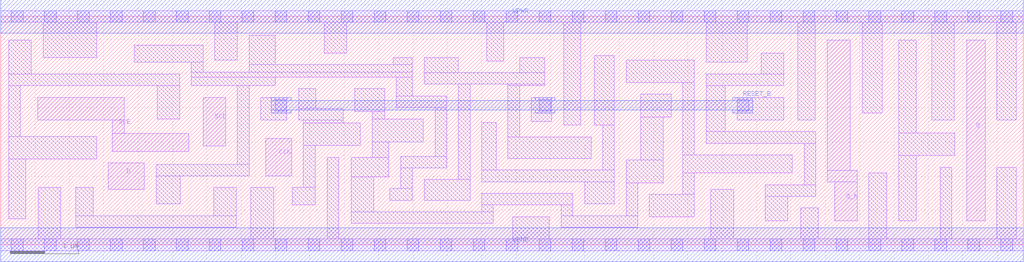
<source format=lef>
# Copyright 2020 The SkyWater PDK Authors
#
# Licensed under the Apache License, Version 2.0 (the "License");
# you may not use this file except in compliance with the License.
# You may obtain a copy of the License at
#
#     https://www.apache.org/licenses/LICENSE-2.0
#
# Unless required by applicable law or agreed to in writing, software
# distributed under the License is distributed on an "AS IS" BASIS,
# WITHOUT WARRANTIES OR CONDITIONS OF ANY KIND, either express or implied.
# See the License for the specific language governing permissions and
# limitations under the License.
#
# SPDX-License-Identifier: Apache-2.0

VERSION 5.7 ;
  NAMESCASESENSITIVE ON ;
  NOWIREEXTENSIONATPIN ON ;
  DIVIDERCHAR "/" ;
  BUSBITCHARS "[]" ;
UNITS
  DATABASE MICRONS 200 ;
END UNITS
MACRO sky130_fd_sc_ms__sdfrbp_2
  CLASS CORE ;
  FOREIGN sky130_fd_sc_ms__sdfrbp_2 ;
  ORIGIN  0.000000  0.000000 ;
  SIZE  14.88000 BY  3.330000 ;
  SYMMETRY X Y R90 ;
  SITE unit ;
  PIN D
    ANTENNAGATEAREA  0.178200 ;
    DIRECTION INPUT ;
    USE SIGNAL ;
    PORT
      LAYER li1 ;
        RECT 1.565000 0.810000 2.090000 1.190000 ;
    END
  END D
  PIN Q
    ANTENNADIFFAREA  0.509600 ;
    DIRECTION OUTPUT ;
    USE SIGNAL ;
    PORT
      LAYER li1 ;
        RECT 14.055000 0.350000 14.325000 2.980000 ;
    END
  END Q
  PIN Q_N
    ANTENNADIFFAREA  0.509600 ;
    DIRECTION OUTPUT ;
    USE SIGNAL ;
    PORT
      LAYER li1 ;
        RECT 12.030000 0.915000 12.465000 1.085000 ;
        RECT 12.030000 1.085000 12.360000 2.980000 ;
        RECT 12.135000 0.350000 12.465000 0.915000 ;
    END
  END Q_N
  PIN RESET_B
    ANTENNAGATEAREA  0.455400 ;
    DIRECTION INPUT ;
    USE SIGNAL ;
    PORT
      LAYER met1 ;
        RECT  3.935000 1.920000  4.225000 1.965000 ;
        RECT  3.935000 1.965000 10.945000 2.105000 ;
        RECT  3.935000 2.105000  4.225000 2.150000 ;
        RECT  7.775000 1.920000  8.065000 1.965000 ;
        RECT  7.775000 2.105000  8.065000 2.150000 ;
        RECT 10.655000 1.920000 10.945000 1.965000 ;
        RECT 10.655000 2.105000 10.945000 2.150000 ;
    END
  END RESET_B
  PIN SCD
    ANTENNAGATEAREA  0.178200 ;
    DIRECTION INPUT ;
    USE SIGNAL ;
    PORT
      LAYER li1 ;
        RECT 2.945000 1.440000 3.275000 2.150000 ;
    END
  END SCD
  PIN SCE
    ANTENNAGATEAREA  0.356400 ;
    DIRECTION INPUT ;
    USE SIGNAL ;
    PORT
      LAYER li1 ;
        RECT 0.540000 1.820000 1.795000 2.150000 ;
        RECT 1.625000 1.360000 2.735000 1.620000 ;
        RECT 1.625000 1.620000 1.795000 1.820000 ;
    END
  END SCE
  PIN CLK
    ANTENNAGATEAREA  0.312600 ;
    DIRECTION INPUT ;
    USE CLOCK ;
    PORT
      LAYER li1 ;
        RECT 3.855000 1.005000 4.235000 1.550000 ;
    END
  END CLK
  PIN VGND
    DIRECTION INOUT ;
    USE GROUND ;
    PORT
      LAYER met1 ;
        RECT 0.000000 -0.245000 14.880000 0.245000 ;
    END
  END VGND
  PIN VPWR
    DIRECTION INOUT ;
    USE POWER ;
    PORT
      LAYER met1 ;
        RECT 0.000000 3.085000 14.880000 3.575000 ;
    END
  END VPWR
  OBS
    LAYER li1 ;
      RECT  0.000000 -0.085000 14.880000 0.085000 ;
      RECT  0.000000  3.245000 14.880000 3.415000 ;
      RECT  0.115000  0.375000  0.365000 1.250000 ;
      RECT  0.115000  1.250000  1.395000 1.580000 ;
      RECT  0.115000  1.580000  0.285000 2.320000 ;
      RECT  0.115000  2.320000  2.605000 2.490000 ;
      RECT  0.115000  2.490000  0.445000 2.980000 ;
      RECT  0.545000  0.085000  0.875000 0.835000 ;
      RECT  0.615000  2.730000  1.400000 3.245000 ;
      RECT  1.095000  0.255000  3.430000 0.425000 ;
      RECT  1.095000  0.425000  1.345000 0.835000 ;
      RECT  1.940000  2.660000  2.945000 2.910000 ;
      RECT  2.260000  0.595000  2.610000 1.005000 ;
      RECT  2.260000  1.005000  3.615000 1.175000 ;
      RECT  2.275000  1.830000  2.605000 2.320000 ;
      RECT  2.775000  2.320000  3.995000 2.445000 ;
      RECT  2.775000  2.445000  5.985000 2.520000 ;
      RECT  2.775000  2.520000  2.945000 2.660000 ;
      RECT  3.100000  0.425000  3.430000 0.835000 ;
      RECT  3.115000  2.690000  3.445000 3.245000 ;
      RECT  3.445000  1.175000  3.615000 2.320000 ;
      RECT  3.615000  2.520000  5.985000 2.625000 ;
      RECT  3.615000  2.625000  3.995000 3.055000 ;
      RECT  3.640000  0.085000  3.970000 0.835000 ;
      RECT  3.785000  1.820000  4.165000 2.150000 ;
      RECT  4.240000  0.585000  4.575000 0.835000 ;
      RECT  4.335000  1.820000  4.985000 1.990000 ;
      RECT  4.335000  1.990000  4.585000 2.275000 ;
      RECT  4.405000  0.835000  4.575000 1.445000 ;
      RECT  4.405000  1.445000  5.235000 1.775000 ;
      RECT  4.405000  1.775000  4.985000 1.820000 ;
      RECT  4.705000  2.795000  5.035000 3.245000 ;
      RECT  4.750000  0.085000  4.920000 1.275000 ;
      RECT  5.100000  0.310000  7.170000 0.480000 ;
      RECT  5.100000  0.480000  5.430000 0.990000 ;
      RECT  5.100000  0.990000  5.645000 1.275000 ;
      RECT  5.155000  1.945000  5.585000 2.275000 ;
      RECT  5.405000  1.275000  5.645000 1.500000 ;
      RECT  5.405000  1.500000  6.150000 1.830000 ;
      RECT  5.405000  1.830000  5.585000 1.945000 ;
      RECT  5.660000  0.650000  5.990000 0.820000 ;
      RECT  5.710000  2.625000  5.985000 2.725000 ;
      RECT  5.755000  2.000000  6.490000 2.170000 ;
      RECT  5.755000  2.170000  5.985000 2.445000 ;
      RECT  5.820000  0.820000  5.990000 1.120000 ;
      RECT  5.820000  1.120000  6.490000 1.290000 ;
      RECT  6.160000  0.650000  6.830000 0.950000 ;
      RECT  6.160000  2.340000  7.915000 2.510000 ;
      RECT  6.160000  2.510000  6.660000 2.725000 ;
      RECT  6.320000  1.290000  6.490000 2.000000 ;
      RECT  6.660000  0.950000  6.830000 2.340000 ;
      RECT  7.000000  0.480000  7.170000 0.580000 ;
      RECT  7.000000  0.580000  8.325000 0.750000 ;
      RECT  7.000000  0.920000  8.930000 1.090000 ;
      RECT  7.000000  1.090000  7.210000 1.780000 ;
      RECT  7.070000  2.680000  7.320000 3.245000 ;
      RECT  7.380000  1.260000  8.590000 1.575000 ;
      RECT  7.380000  1.575000  7.550000 2.320000 ;
      RECT  7.380000  2.320000  7.915000 2.340000 ;
      RECT  7.450000  0.085000  7.985000 0.410000 ;
      RECT  7.550000  2.510000  7.915000 2.725000 ;
      RECT  7.720000  1.795000  8.020000 2.150000 ;
      RECT  8.155000  0.255000  9.270000 0.425000 ;
      RECT  8.155000  0.425000  8.325000 0.580000 ;
      RECT  8.190000  1.745000  8.440000 3.245000 ;
      RECT  8.495000  0.595000  8.930000 0.920000 ;
      RECT  8.640000  1.745000  8.930000 2.755000 ;
      RECT  8.760000  1.090000  8.930000 1.745000 ;
      RECT  9.100000  0.425000  9.270000 0.905000 ;
      RECT  9.100000  0.905000  9.640000 1.235000 ;
      RECT  9.100000  2.365000 10.095000 2.695000 ;
      RECT  9.310000  1.235000  9.640000 1.865000 ;
      RECT  9.310000  1.865000  9.755000 2.195000 ;
      RECT  9.440000  0.405000 10.095000 0.735000 ;
      RECT  9.925000  0.735000 10.095000 1.045000 ;
      RECT  9.925000  1.045000 11.520000 1.310000 ;
      RECT  9.925000  1.310000 10.095000 2.365000 ;
      RECT 10.265000  1.480000 11.860000 1.650000 ;
      RECT 10.265000  1.650000 10.545000 2.320000 ;
      RECT 10.265000  2.320000 11.395000 2.490000 ;
      RECT 10.265000  2.660000 10.860000 3.245000 ;
      RECT 10.335000  0.085000 10.665000 0.810000 ;
      RECT 10.715000  1.820000 11.395000 2.150000 ;
      RECT 11.065000  2.490000 11.395000 2.795000 ;
      RECT 11.125000  0.350000 11.455000 0.705000 ;
      RECT 11.125000  0.705000 11.860000 0.875000 ;
      RECT 11.600000  1.820000 11.850000 3.245000 ;
      RECT 11.645000  0.085000 11.895000 0.535000 ;
      RECT 11.690000  0.875000 11.860000 1.480000 ;
      RECT 12.540000  1.920000 12.830000 3.245000 ;
      RECT 12.635000  0.085000 12.895000 1.050000 ;
      RECT 13.065000  0.350000 13.325000 1.300000 ;
      RECT 13.065000  1.300000 13.885000 1.630000 ;
      RECT 13.065000  1.630000 13.325000 2.980000 ;
      RECT 13.545000  1.820000 13.875000 3.245000 ;
      RECT 13.670000  0.085000 13.840000 1.130000 ;
      RECT 14.495000  0.085000 14.780000 1.130000 ;
      RECT 14.495000  1.820000 14.775000 3.245000 ;
    LAYER mcon ;
      RECT  0.155000 -0.085000  0.325000 0.085000 ;
      RECT  0.155000  3.245000  0.325000 3.415000 ;
      RECT  0.635000 -0.085000  0.805000 0.085000 ;
      RECT  0.635000  3.245000  0.805000 3.415000 ;
      RECT  1.115000 -0.085000  1.285000 0.085000 ;
      RECT  1.115000  3.245000  1.285000 3.415000 ;
      RECT  1.595000 -0.085000  1.765000 0.085000 ;
      RECT  1.595000  3.245000  1.765000 3.415000 ;
      RECT  2.075000 -0.085000  2.245000 0.085000 ;
      RECT  2.075000  3.245000  2.245000 3.415000 ;
      RECT  2.555000 -0.085000  2.725000 0.085000 ;
      RECT  2.555000  3.245000  2.725000 3.415000 ;
      RECT  3.035000 -0.085000  3.205000 0.085000 ;
      RECT  3.035000  3.245000  3.205000 3.415000 ;
      RECT  3.515000 -0.085000  3.685000 0.085000 ;
      RECT  3.515000  3.245000  3.685000 3.415000 ;
      RECT  3.995000 -0.085000  4.165000 0.085000 ;
      RECT  3.995000  1.950000  4.165000 2.120000 ;
      RECT  3.995000  3.245000  4.165000 3.415000 ;
      RECT  4.475000 -0.085000  4.645000 0.085000 ;
      RECT  4.475000  3.245000  4.645000 3.415000 ;
      RECT  4.955000 -0.085000  5.125000 0.085000 ;
      RECT  4.955000  3.245000  5.125000 3.415000 ;
      RECT  5.435000 -0.085000  5.605000 0.085000 ;
      RECT  5.435000  3.245000  5.605000 3.415000 ;
      RECT  5.915000 -0.085000  6.085000 0.085000 ;
      RECT  5.915000  3.245000  6.085000 3.415000 ;
      RECT  6.395000 -0.085000  6.565000 0.085000 ;
      RECT  6.395000  3.245000  6.565000 3.415000 ;
      RECT  6.875000 -0.085000  7.045000 0.085000 ;
      RECT  6.875000  3.245000  7.045000 3.415000 ;
      RECT  7.355000 -0.085000  7.525000 0.085000 ;
      RECT  7.355000  3.245000  7.525000 3.415000 ;
      RECT  7.835000 -0.085000  8.005000 0.085000 ;
      RECT  7.835000  1.950000  8.005000 2.120000 ;
      RECT  7.835000  3.245000  8.005000 3.415000 ;
      RECT  8.315000 -0.085000  8.485000 0.085000 ;
      RECT  8.315000  3.245000  8.485000 3.415000 ;
      RECT  8.795000 -0.085000  8.965000 0.085000 ;
      RECT  8.795000  3.245000  8.965000 3.415000 ;
      RECT  9.275000 -0.085000  9.445000 0.085000 ;
      RECT  9.275000  3.245000  9.445000 3.415000 ;
      RECT  9.755000 -0.085000  9.925000 0.085000 ;
      RECT  9.755000  3.245000  9.925000 3.415000 ;
      RECT 10.235000 -0.085000 10.405000 0.085000 ;
      RECT 10.235000  3.245000 10.405000 3.415000 ;
      RECT 10.715000 -0.085000 10.885000 0.085000 ;
      RECT 10.715000  1.950000 10.885000 2.120000 ;
      RECT 10.715000  3.245000 10.885000 3.415000 ;
      RECT 11.195000 -0.085000 11.365000 0.085000 ;
      RECT 11.195000  3.245000 11.365000 3.415000 ;
      RECT 11.675000 -0.085000 11.845000 0.085000 ;
      RECT 11.675000  3.245000 11.845000 3.415000 ;
      RECT 12.155000 -0.085000 12.325000 0.085000 ;
      RECT 12.155000  3.245000 12.325000 3.415000 ;
      RECT 12.635000 -0.085000 12.805000 0.085000 ;
      RECT 12.635000  3.245000 12.805000 3.415000 ;
      RECT 13.115000 -0.085000 13.285000 0.085000 ;
      RECT 13.115000  3.245000 13.285000 3.415000 ;
      RECT 13.595000 -0.085000 13.765000 0.085000 ;
      RECT 13.595000  3.245000 13.765000 3.415000 ;
      RECT 14.075000 -0.085000 14.245000 0.085000 ;
      RECT 14.075000  3.245000 14.245000 3.415000 ;
      RECT 14.555000 -0.085000 14.725000 0.085000 ;
      RECT 14.555000  3.245000 14.725000 3.415000 ;
  END
END sky130_fd_sc_ms__sdfrbp_2
END LIBRARY

</source>
